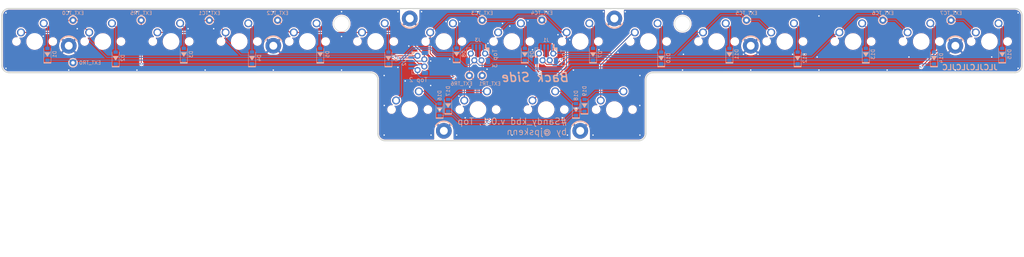
<source format=kicad_pcb>
(kicad_pcb (version 20211014) (generator pcbnew)
  (title_block (title "Sandy") (date "2023-01-06") (rev "v.0") (company "@jpskenn"))
  (layers (0 "F.Cu" signal) (31 "B.Cu" signal) (34 "B.Paste" user) (35 "F.Paste" user) (36 "B.SilkS" user "B.Silkscreen") (37 "F.SilkS" user "F.Silkscreen") (38 "B.Mask" user) (39 "F.Mask" user) (44 "Edge.Cuts" user))
  (net 0 "")
  (net 1 "Net-(D10-Pad2)")
  (net 2 "Net-(D12-Pad2)")
  (net 3 "Net-(D13-Pad2)")
  (net 4 "Net-(D14-Pad2)")
  (net 5 "Net-(D16-Pad2)")
  (net 6 "Net-(D17-Pad2)")
  (net 7 "Net-(D18-Pad2)")
  (net 8 "Net-(D19-Pad2)")
  (net 9 "Net-(D1-Pad2)")
  (net 10 "Net-(D15-Pad2)")
  (net 11 "Net-(D2-Pad2)")
  (net 12 "Net-(D3-Pad2)")
  (net 13 "Net-(D4-Pad2)")
  (net 14 "Net-(D5-Pad2)")
  (net 15 "Net-(D6-Pad2)")
  (net 16 "Net-(D7-Pad2)")
  (net 17 "Net-(D8-Pad2)")
  (net 18 "Net-(D9-Pad2)")
  (net 19 "Top_row0")
  (net 20 "Top_row5")
  (net 21 "Net-(D11-Pad2)")
  (net 22 "Top_row6")
  (net 23 "Top_row1")
  (net 24 "Top_col0")
  (net 25 "Top_col1")
  (net 26 "Top_col2")
  (net 27 "Top_col3")
  (net 28 "Top_col4")
  (net 29 "Top_col5")
  (net 30 "Top_col6")
  (net 31 "Top_col7")
  (net 32 "Top_GND")
  (footprint "MX_Alps_Hybrid:MXOnly-1U-NoLED" (layer "F.Cu") (at 167.50531 46.053405)
    (fp_text reference "SW_]1")
    (fp_text value "SW_Push")
  )
  (footprint "MX_Alps_Hybrid:MXOnly-1U-NoLED" (layer "F.Cu") (at 81.78031 27.003405)
    (fp_text reference "SW_3")
    (fp_text value "SW_Push")
  )
  (footprint "clipboard:1d23b097-72e0-487b-bec7-a328ee8b6ed7" (layer "F.Cu") (at 141.239736 50.815854)
    (fp_text reference "")
    (fp_text value "")
  )
  (footprint "MX_Alps_Hybrid:MXOnly-1U-NoLED" (layer "F.Cu") (at 129.40531 46.053405)
    (fp_text reference "SW_T1")
    (fp_text value "SW_Push")
  )
  (footprint "MX_Alps_Hybrid:MXOnly-1U-NoLED" (layer "F.Cu") (at 196.08031 27.003405)
    (fp_text reference "SW_7")
    (fp_text value "SW_Push")
  )
  (footprint "locallib:60_Outline-Sandy-Top2" (layer "F.Cu") (at 157.98031 36.528405)
    (fp_text reference "REF**" hide)
    (fp_text value "60_Outline" hide)
    (fp_line (start 142.475 -2.814254) (end 142.475 -16.75004) (layer "Edge.Cuts") (width 0.3))
    (fp_line (start 39.375 -0.82504) (end 140.475 -0.814254) (layer "Edge.Cuts") (width 0.3))
    (fp_line (start -142.510786 -2.814254) (end -142.525 -16.75004) (layer "Edge.Cuts") (width 0.3))
    (fp_line (start -35.470786 18.24996) (end 35.375 18.24996) (layer "Edge.Cuts") (width 0.3))
    (fp_line (start 140.475 -18.75004) (end -140.525 -18.75004) (layer "Edge.Cuts") (width 0.3))
    (fp_line (start -37.470786 16.24996) (end -37.470786 1.17496) (layer "Edge.Cuts") (width 0.3))
    (fp_line (start 37.375 16.24996) (end 37.375 1.17496) (layer "Edge.Cuts") (width 0.3))
    (fp_line (start -140.510786 -0.814254) (end -39.470786 -0.82504) (layer "Edge.Cuts") (width 0.3))
    (fp_arc (start 37.375 16.24996) (mid 36.789208 17.664168) (end 35.375 18.24996) (layer "Edge.Cuts") (width 0.3))
    (fp_arc (start 37.375 1.17496) (mid 37.960781 -0.239259) (end 39.375 -0.82504) (layer "Edge.Cuts") (width 0.3))
    (fp_arc (start -140.510786 -0.814254) (mid -141.925 -1.40004) (end -142.510786 -2.814254) (layer "Edge.Cuts") (width 0.3))
    (fp_arc (start -39.470786 -0.82504) (mid -38.056572 -0.239254) (end -37.470786 1.17496) (layer "Edge.Cuts") (width 0.3))
    (fp_arc (start 142.475 -2.814254) (mid 141.889197 -1.40007) (end 140.475 -0.814254) (layer "Edge.Cuts") (width 0.3))
    (fp_arc (start -35.470786 18.24996) (mid -36.885 17.664174) (end -37.470786 16.24996) (layer "Edge.Cuts") (width 0.3))
    (fp_arc (start 140.475 -18.75004) (mid 141.889222 -18.164279) (end 142.475 -16.75004) (layer "Edge.Cuts") (width 0.3))
    (fp_arc (start -142.525 -16.75004) (mid -141.939214 -18.164254) (end -140.525 -18.75004) (layer "Edge.Cuts") (width 0.3))
    (fp_circle (center -47.625 -14.50004) (end -45.425 -14.50004) (layer "Edge.Cuts") (width 0.15) (fill none))
    (fp_circle (center 47.625 -14.50004) (end 49.825 -14.50004) (layer "Edge.Cuts") (width 0.15) (fill none))
  )
  (footprint "MX_Alps_Hybrid:MXOnly-1U-NoLED" (layer "F.Cu") (at 62.73031 27.003405)
    (fp_text reference "SW_2")
    (fp_text value "SW_Push")
  )
  (footprint "MX_Alps_Hybrid:MXOnly-1U-NoLED" (layer "F.Cu") (at 157.908435 27.003405)
    (fp_text reference "SW_\\1")
    (fp_text value "SW_Push")
  )
  (footprint "MX_Alps_Hybrid:MXOnly-1U-NoLED" (layer "F.Cu") (at 234.18031 27.003405)
    (fp_text reference "SW_9")
    (fp_text value "SW_Push")
  )
  (footprint "MX_Alps_Hybrid:MXOnly-1U-NoLED" (layer "F.Cu") (at 119.88031 27.003405)
    (fp_text reference "SW_5")
    (fp_text value "SW_Push")
  )
  (footprint "MX_Alps_Hybrid:MXOnly-1U-NoLED" (layer "F.Cu") (at 215.13031 27.003405)
    (fp_text reference "SW_8")
    (fp_text value "SW_Push")
  )
  (footprint "MX_Alps_Hybrid:MXOnly-1U-NoLED" (layer "F.Cu") (at 148.45531 46.053405)
    (fp_text reference "SW_[1")
    (fp_text value "SW_Push")
  )
  (footprint "MX_Alps_Hybrid:MXOnly-1U-NoLED" (layer "F.Cu") (at 253.23031 27.003405)
    (fp_text reference "SW_10")
    (fp_text value "SW_Push")
  )
  (footprint "MX_Alps_Hybrid:MXOnly-1U-NoLED" (layer "F.Cu") (at 272.28031 27.003405)
    (fp_text reference "SW_-1")
    (fp_text value "SW_Push")
  )
  (footprint "MX_Alps_Hybrid:MXOnly-1U-NoLED" (layer "F.Cu") (at 24.63031 27.003405)
    (fp_text reference "SW_ESC1")
    (fp_text value "SW_Push")
  )
  (footprint "MX_Alps_Hybrid:MXOnly-1U-NoLED" (layer "F.Cu") (at 186.55531 46.053405)
    (fp_text reference "SW_Y1")
    (fp_text value "SW_Push")
  )
  (footprint "MX_Alps_Hybrid:MXOnly-1U-NoLED" (layer "F.Cu") (at 291.33031 27.003405)
    (fp_text reference "SW_=1")
    (fp_text value "SW_Push")
  )
  (footprint "MX_Alps_Hybrid:MXOnly-1U-NoLED" (layer "F.Cu") (at 138.93031 27.003405)
    (fp_text reference "SW_`1")
    (fp_text value "SW_Push")
  )
  (footprint "MX_Alps_Hybrid:MXOnly-1U-NoLED" (layer "F.Cu") (at 43.68031 27.003405)
    (fp_text reference "SW_1")
    (fp_text value "SW_Push")
  )
  (footprint "MX_Alps_Hybrid:MXOnly-1U-NoLED" (layer "F.Cu") (at 100.83031 27.003405)
    (fp_text reference "SW_4")
    (fp_text value "SW_Push")
  )
  (footprint "MX_Alps_Hybrid:MXOnly-1U-NoLED" (layer "F.Cu") (at 177.03031 27.003405)
    (fp_text reference "SW_6")
    (fp_text value "SW_Push")
  )
  (footprint "locallib:D_SOD-123_Emphasized_Direction_Line" (layer "B.Cu") (at 85.352185 31.62528 90)
    (fp_text reference "D4")
    (fp_text value "D")
  )
  (footprint "TestPoint:TestPoint_THTPad_D2.0mm_Drill1.0mm" (layer "B.Cu") (at 261.564685 21.05028 180)
    (fp_text reference "EXT_TC6")
    (fp_text value "Conn_01x01")
  )
  (footprint "locallib:D_SOD-123_Emphasized_Direction_Line" (layer "B.Cu") (at 294.902185 30.57528 90)
    (fp_text reference "D15")
    (fp_text value "D")
  )
  (footprint "locallib:D_SOD-123_Emphasized_Direction_Line" (layer "B.Cu") (at 237.752185 31.62928 90)
    (fp_text reference "D12")
    (fp_text value "D")
  )
  (footprint "locallib:D_SOD-123_Emphasized_Direction_Line" (layer "B.Cu") (at 66.302185 30.57528 90)
    (fp_text reference "D3")
    (fp_text value "D")
  )
  (footprint "locallib:D_SOD-123_Emphasized_Direction_Line" (layer "B.Cu") (at 123.452185 31.62928 90)
    (fp_text reference "D6")
    (fp_text value "D")
  )
  (footprint "locallib:D_SOD-123_Emphasized_Direction_Line" (layer "B.Cu") (at 104.402185 30.57528 90)
    (fp_text reference "D5")
    (fp_text value "D")
  )
  (footprint "locallib:D_SOD-123_Emphasized_Direction_Line" (layer "B.Cu") (at 142.502185 30.47528 90)
    (fp_text reference "D8")
    (fp_text value "D")
  )
  (footprint "locallib:D_SOD-123_Emphasized_Direction_Line" (layer "B.Cu") (at 256.802185 30.57528 90)
    (fp_text reference "D13")
    (fp_text value "D")
  )
  (footprint "locallib:D_SOD-123_Emphasized_Direction_Line" (layer "B.Cu") (at 137.739685 46.053405 90)
    (fp_text reference "D16")
    (fp_text value "D")
  )
  (footprint "locallib:D_SOD-123_Emphasized_Direction_Line" (layer "B.Cu") (at 180.602185 30.57528 90)
    (fp_text reference "D7")
    (fp_text value "D")
  )
  (footprint "locallib:D_SOD-123_Emphasized_Direction_Line" (layer "B.Cu") (at 47.252185 31.62528 90)
    (fp_text reference "D2")
    (fp_text value "D")
  )
  (footprint "locallib:D_SOD-123_Emphasized_Direction_Line" (layer "B.Cu") (at 275.852185 31.62528 90)
    (fp_text reference "D14")
    (fp_text value "D")
  )
  (footprint "locallib:MountingHole_2.2mm_M2_Pad_minimal" (layer "B.Cu") (at 224.65531 28.19403 180)
    (fp_text reference "H5" hide)
    (fp_text value "MountingHole")
  )
  (footprint "locallib:D_SOD-123_Emphasized_Direction_Line" (layer "B.Cu") (at 178.220935 44.86278 90)
    (fp_text reference "D19")
    (fp_text value "D")
  )
  (footprint "locallib:D_SOD-123_Emphasized_Direction_Line" (layer "B.Cu") (at 140.120935 44.86278 90)
    (fp_text reference "D17")
    (fp_text value "D")
  )
  (footprint "locallib:JST_SH_SM04B-SRSS-TB_1x04-1MP_P1.00mm_Horizontal_wCable_housing_spare_pin" (layer "B.Cu") (at 167.50531 30.57528 180)
    (fp_text reference "J1")
    (fp_text value "Conn_02x02_Top_Bottom")
  )
  (footprint "TestPoint:TestPoint_THTPad_D2.0mm_Drill1.0mm" (layer "B.Cu") (at 35.345935 32.95653 180)
    (fp_text reference "EXT_TR0")
    (fp_text value "Conn_01x01")
  )
  (footprint "TestPoint:TestPoint_THTPad_D2.0mm_Drill1.0mm" (layer "B.Cu") (at 35.345935 21.05028 180)
    (fp_text reference "EXT_TC0")
    (fp_text value "Conn_01x01")
  )
  (footprint "TestPoint:TestPoint_THTPad_D2.0mm_Drill1.0mm" (layer "B.Cu") (at 149.645935 21.05028 180)
    (fp_text reference "EXT_TC3")
    (fp_text value "Conn_01x01")
  )
  (footprint "TestPoint:TestPoint_THTPad_D2.0mm_Drill1.0mm" (layer "B.Cu") (at 73.445935 21.059655 180)
    (fp_text reference "EXT_TC1")
    (fp_text value "Conn_01x01")
  )
  (footprint "TestPoint:TestPoint_THTPad_D2.0mm_Drill1.0mm" (layer "B.Cu") (at 166.314685 21.003405 180)
    (fp_text reference "EXT_TC4")
    (fp_text value "Conn_01x01")
  )
  (footprint "locallib:MountingHole_2.2mm_M2_Pad_minimal" (layer "B.Cu") (at 34.15531 28.19403 180)
    (fp_text reference "H3" hide)
    (fp_text value "MountingHole")
  )
  (footprint "TestPoint:TestPoint_THTPad_D2.0mm_Drill1.0mm" (layer "B.Cu") (at 149.645935 36.528405 180)
    (fp_text reference "EXT_TR1")
    (fp_text value "Conn_01x01")
  )
  (footprint "locallib:MountingHole_2.2mm_M2_Pad_minimal" (layer "B.Cu") (at 186.55531 20.561655)
    (fp_text reference "H2" hide)
    (fp_text value "MountingHole")
  )
  (footprint "locallib:D_SOD-123_Emphasized_Direction_Line" (layer "B.Cu") (at 218.702185 30.57528 90)
    (fp_text reference "D11")
    (fp_text value "D")
  )
  (footprint "TestPoint:TestPoint_THTPad_D2.0mm_Drill1.0mm" (layer "B.Cu") (at 223.464685 21.05028 180)
    (fp_text reference "EXT_TC5")
    (fp_text value "Conn_01x01")
  )
  (footprint "locallib:D_SOD-123_Emphasized_Direction_Line" (layer "B.Cu") (at 161.552185 30.57528 90)
    (fp_text reference "D9")
    (fp_text value "D")
  )
  (footprint "locallib:MountingHole_2.2mm_M2_Pad_minimal" (layer "B.Cu") (at 177.03031 52.00653 180)
    (fp_text reference "H8" hide)
    (fp_text value "MountingHole")
  )
  (footprint "locallib:MountingHole_2.2mm_M2_Pad_minimal" (layer "B.Cu") (at 91.30531 28.19403 180)
    (fp_text reference "H4" hide)
    (fp_text value "MountingHole")
  )
  (footprint "locallib:MountingHole_2.2mm_M2_Pad_minimal" (layer "B.Cu") (at 138.93031 52.00653 180)
    (fp_text reference "H7" hide)
    (fp_text value "MountingHole")
  )
  (footprint "locallib:MountingHole_2.2mm_M2_Pad_minimal" (layer "B.Cu") (at 129.40531 20.561655)
    (fp_text reference "H1" hide)
    (fp_text value "MountingHole")
  )
  (footprint "locallib:D_SOD-123_Emphasized_Direction_Line" (layer "B.Cu") (at 199.652185 31.62928 90)
    (fp_text reference "D10")
    (fp_text value "D")
  )
  (footprint "locallib:JST_SH_SM04B-SRSS-TB_1x04-1MP_P1.00mm_Horizontal_wCable_housing_spare_pin" (layer "B.Cu") (at 131.78656 33.003405 -90)
    (fp_text reference "J2")
    (fp_text value "Conn_02x02_Top_Bottom")
  )
  (footprint "locallib:MountingHole_2.2mm_M2_Pad_minimal" (layer "B.Cu") (at 281.80531 28.19403 180)
    (fp_text reference "H6" hide)
    (fp_text value "MountingHole")
  )
  (footprint "TestPoint:TestPoint_THTPad_D2.0mm_Drill1.0mm" (layer "B.Cu") (at 280.614685 21.05028 180)
    (fp_text reference "EXT_TC7")
    (fp_text value "Conn_01x01")
  )
  (footprint "TestPoint:TestPoint_THTPad_D2.0mm_Drill1.0mm" (layer "B.Cu") (at 92.495935 21.05028 180)
    (fp_text reference "EXT_TC2")
    (fp_text value "Conn_01x01")
  )
  (footprint "TestPoint:TestPoint_THTPad_D2.0mm_Drill1.0mm" (layer "B.Cu") (at 146.07406 36.528405 180)
    (fp_text reference "EXT_TR6")
    (fp_text value "Conn_01x01")
  )
  (footprint "TestPoint:TestPoint_THTPad_D2.0mm_Drill1.0mm" (layer "B.Cu") (at 54.395935 21.05028 180)
    (fp_text reference "EXT_TR5")
    (fp_text value "Conn_01x01")
  )
  (footprint "locallib:D_SOD-123_Emphasized_Direction_Line" (layer "B.Cu") (at 28.202185 30.57528 90)
    (fp_text reference "D1")
    (fp_text value "D")
  )
  (footprint "locallib:D_SOD-123_Emphasized_Direction_Line" (layer "B.Cu") (at 175.839685 46.053405 90)
    (fp_text reference "D18")
    (fp_text value "D")
  )
  (footprint "locallib:JST_SH_SM04B-SRSS-TB_1x04-1MP_P1.00mm_Horizontal_wCable_housing_spare_pin" (layer "B.Cu") (at 148.45531 30.57528 180)
    (fp_text reference "J3")
    (fp_text value "Conn_02x02_Top_Bottom")
  )
  (gr_text "Top 1" (at 172.26781 31.765905 90) (layer "B.SilkS") (effects (font (size 1.2 1.2)) (justify mirror)))
  (gr_text "Top 3" (at 153.21781 31.765905 90) (layer "B.SilkS") (effects (font (size 1.2 1.2)) (justify mirror)))
  (gr_text "Top 2" (at 131.78656 37.71903) (layer "B.SilkS") (effects (font (size 1.2 1.2)) (justify mirror)))
  (gr_text "JLCJLCJLCJLC" (at 285.86931 34.242405) (layer "B.SilkS") (effects (font (size 1.5 1.5) (thickness 0.3)) (justify mirror)))
  (gr_text "Back Side" (at 164.50531 37.02528) (layer "B.SilkS") (effects (font (size 2.5 2.5) (thickness 0.4) italic) (justify mirror)))
  (gr_text "#Sandy_kbd v.0.1, Top\nby @jpskenn" (at 173.458435 50.815905) (layer "B.SilkS") (effects (font (size 1.8 1.8) (thickness 0.2)) (justify left mirror)))
  (segment (start 199.652185 22.95528) (end 198.62031 21.923405) (width 0.254) (layer "B.Cu") (net 1))
  (segment (start 199.652185 29.97928) (end 199.652185 22.95528) (width 0.254) (layer "B.Cu") (net 1))
  (segment (start 237.752185 29.97928) (end 237.752185 22.95528) (width 0.254) (layer "B.Cu") (net 2))
  (segment (start 237.752185 22.95528) (end 236.72031 21.923405) (width 0.254) (layer "B.Cu") (net 2))
  (segment (start 256.802185 22.95528) (end 255.77031 21.923405) (width 0.254) (layer "B.Cu") (net 3))
  (segment (start 256.802185 28.92528) (end 256.802185 22.95528) (width 0.254) (layer "B.Cu") (net 3))
  (segment (start 275.852185 29.97528) (end 275.852185 22.95528) (width 0.254) (layer "B.Cu") (net 4))
  (segment (start 275.852185 22.95528) (end 274.82031 21.923405) (width 0.254) (layer "B.Cu") (net 4))
  (segment (start 137.739685 44.403405) (end 136.77231 44.403405) (width 0.254) (layer "B.Cu") (net 5))
  (segment (start 136.77231 44.403405) (end 133.34231 40.973405) (width 0.254) (layer "B.Cu") (net 5))
  (segment (start 133.34231 40.973405) (end 131.94531 40.973405) (width 0.254) (layer "B.Cu") (net 5))
  (segment (start 140.120935 43.21278) (end 140.913685 43.21278) (width 0.254) (layer "B.Cu") (net 6))
  (segment (start 143.15306 40.973405) (end 150.99531 40.973405) (width 0.254) (layer "B.Cu") (net 6))
  (segment (start 140.913685 43.21278) (end 143.15306 40.973405) (width 0.254) (layer "B.Cu") (net 6))
  (segment (start 174.96756 44.403405) (end 171.53756 40.973405) (width 0.254) (layer "B.Cu") (net 7))
  (segment (start 171.53756 40.973405) (end 170.04531 40.973405) (width 0.254) (layer "B.Cu") (net 7))
  (segment (start 175.839685 44.403405) (end 174.96756 44.403405) (width 0.254) (layer "B.Cu") (net 7))
  (segment (start 179.013685 43.21278) (end 181.25306 40.973405) (width 0.254) (layer "B.Cu") (net 8))
  (segment (start 181.25306 40.973405) (end 189.09531 40.973405) (width 0.254) (layer "B.Cu") (net 8))
  (segment (start 178.220935 43.21278) (end 179.013685 43.21278) (width 0.254) (layer "B.Cu") (net 8))
  (segment (start 28.202185 22.95528) (end 27.17031 21.923405) (width 0.254) (layer "B.Cu") (net 9))
  (segment (start 28.202185 28.92528) (end 28.202185 22.95528) (width 0.254) (layer "B.Cu") (net 9))
  (segment (start 294.902185 28.92528) (end 294.902185 22.95528) (width 0.254) (layer "B.Cu") (net 10))
  (segment (start 294.902185 22.95528) (end 293.87031 21.923405) (width 0.254) (layer "B.Cu") (net 10))
  (segment (start 47.252185 29.97528) (end 47.252185 22.95528) (width 0.254) (layer "B.Cu") (net 11))
  (segment (start 47.252185 22.95528) (end 46.22031 21.923405) (width 0.254) (layer "B.Cu") (net 11))
  (segment (start 66.302185 28.92528) (end 66.302185 22.95528) (width 0.254) (layer "B.Cu") (net 12))
  (segment (start 66.302185 22.95528) (end 65.27031 21.923405) (width 0.254) (layer "B.Cu") (net 12))
  (segment (start 85.352185 29.97528) (end 85.352185 22.95528) (width 0.254) (layer "B.Cu") (net 13))
  (segment (start 85.352185 22.95528) (end 84.32031 21.923405) (width 0.254) (layer "B.Cu") (net 13))
  (segment (start 104.402185 22.95528) (end 103.37031 21.923405) (width 0.254) (layer "B.Cu") (net 14))
  (segment (start 104.402185 28.92528) (end 104.402185 22.95528) (width 0.254) (layer "B.Cu") (net 14))
  (segment (start 123.452185 22.95528) (end 122.42031 21.923405) (width 0.254) (layer "B.Cu") (net 15))
  (segment (start 123.452185 29.97928) (end 123.452185 22.95528) (width 0.254) (layer "B.Cu") (net 15))
  (segment (start 180.602185 22.95528) (end 179.57031 21.923405) (width 0.254) (layer "B.Cu") (net 16))
  (segment (start 180.602185 28.92528) (end 180.602185 22.95528) (width 0.254) (layer "B.Cu") (net 16))
  (segment (start 142.502185 22.95528) (end 141.47031 21.923405) (width 0.254) (layer "B.Cu") (net 17))
  (segment (start 142.502185 28.82528) (end 142.502185 22.95528) (width 0.254) (layer "B.Cu") (net 17))
  (segment (start 161.552185 28.92528) (end 161.552185 22.95528) (width 0.254) (layer "B.Cu") (net 18))
  (segment (start 161.552185 22.95528) (end 160.52031 21.923405) (width 0.254) (layer "B.Cu") (net 18))
  (segment (start 152.883435 32.22528) (end 151.033435 30.37528) (width 0.254) (layer "B.Cu") (net 19))
  (segment (start 256.802185 32.22528) (end 294.902185 32.22528) (width 0.254) (layer "B.Cu") (net 19))
  (segment (start 149.95531 29.87528) (end 150.45531 30.37528) (width 0.254) (layer "B.Cu") (net 19))
  (segment (start 137.02531 30.432405) (end 143.56581 30.432405) (width 0.254) (layer "B.Cu") (net 19))
  (segment (start 151.033435 30.37528) (end 150.45531 30.37528) (width 0.254) (layer "B.Cu") (net 19))
  (segment (start 28.202185 32.22528) (end 34.614685 32.22528) (width 0.254) (layer "B.Cu") (net 19))
  (segment (start 34.614685 32.22528) (end 35.345935 32.95653) (width 0.254) (layer "B.Cu") (net 19))
  (segment (start 171.874609 34.445106) (end 164.626011 34.445106) (width 0.254) (layer "B.Cu") (net 19))
  (segment (start 130.116011 28.705704) (end 135.298609 28.705704) (width 0.254) (layer "B.Cu") (net 19))
  (segment (start 180.602185 32.22528) (end 174.094435 32.22528) (width 0.254) (layer "B.Cu") (net 19))
  (segment (start 149.304215 27.47008) (end 149.95531 28.121175) (width 0.254) (layer "B.Cu") (net 19))
  (segment (start 162.406185 32.22528) (end 161.552185 32.22528) (width 0.254) (layer "B.Cu") (net 19))
  (segment (start 66.302185 32.22528) (end 104.402185 32.22528) (width 0.254) (layer "B.Cu") (net 19))
  (segment (start 146.528135 27.47008) (end 149.304215 27.47008) (width 0.254) (layer "B.Cu") (net 19))
  (segment (start 180.602185 32.22528) (end 218.702185 32.22528) (width 0.254) (layer "B.Cu") (net 19))
  (segment (start 164.626011 34.445106) (end 162.406185 32.22528) (width 0.254) (layer "B.Cu") (net 19))
  (segment (start 218.702185 32.22528) (end 256.802185 32.22528) (width 0.254) (layer "B.Cu") (net 19))
  (segment (start 161.552185 32.22528) (end 152.883435 32.22528) (width 0.254) (layer "B.Cu") (net 19))
  (segment (start 36.077185 32.22528) (end 66.302185 32.22528) (width 0.254) (layer "B.Cu") (net 19))
  (segment (start 174.094435 32.22528) (end 171.874609 34.445106) (width 0.254) (layer "B.Cu") (net 19))
  (segment (start 126.48961 32.332105) (end 130.116011 28.705704) (width 0.254) (layer "B.Cu") (net 19))
  (segment (start 104.50901 32.332105) (end 126.48961 32.332105) (width 0.254) (layer "B.Cu") (net 19))
  (segment (start 104.402185 32.22528) (end 104.50901 32.332105) (width 0.254) (layer "B.Cu") (net 19))
  (segment (start 135.298609 28.705704) (end 137.02531 30.432405) (width 0.254) (layer "B.Cu") (net 19))
  (segment (start 35.345935 32.95653) (end 36.077185 32.22528) (width 0.254) (layer "B.Cu") (net 19))
  (segment (start 149.95531 28.57528) (end 149.95531 29.87528) (width 0.254) (layer "B.Cu") (net 19))
  (segment (start 149.95531 28.121175) (end 149.95531 28.57528) (width 0.254) (layer "B.Cu") (net 19))
  (segment (start 143.56581 30.432405) (end 146.528135 27.47008) (width 0.254) (layer "B.Cu") (net 19))
  (segment (start 54.395935 21.05028) (end 54.395935 33.195905) (width 0.254) (layer "F.Cu") (net 20))
  (segment (start 54.395935 33.195905) (end 54.47531 33.27528) (width 0.254) (layer "F.Cu") (net 20))
  (via (at 54.47531 33.27528) (size 0.6) (drill 0.4) (layers "F.Cu" "B.Cu") (net 20))
  (segment (start 199.652185 33.27928) (end 174.310435 33.27928) (width 0.254) (layer "B.Cu") (net 20))
  (segment (start 85.352185 33.27528) (end 54.47531 33.27528) (width 0.254) (layer "B.Cu") (net 20))
  (segment (start 147.45531 32.470807) (end 147.45531 32.27528) (width 0.254) (layer "B.Cu") (net 20))
  (segment (start 130.42131 29.162405) (end 135.109438 29.162405) (width 0.254) (layer "B.Cu") (net 20))
  (segment (start 136.836139 30.889106) (end 141.116011 30.889106) (width 0.254) (layer "B.Cu") (net 20))
  (segment (start 151.845637 33.68048) (end 148.86051 33.68048) (width 0.254) (layer "B.Cu") (net 20))
  (segment (start 126.304435 33.27928) (end 130.42131 29.162405) (width 0.254) (layer "B.Cu") (net 20))
  (segment (start 152.520637 33.00548) (end 151.845637 33.68048) (width 0.254) (layer "B.Cu") (net 20))
  (segment (start 85.356185 33.27928) (end 85.352185 33.27528) (width 0.254) (layer "B.Cu") (net 20))
  (segment (start 164.195962 34.901807) (end 162.299635 33.00548) (width 0.254) (layer "B.Cu") (net 20))
  (segment (start 174.310435 33.27928) (end 172.687908 34.901807) (width 0.254) (layer "B.Cu") (net 20))
  (segment (start 199.652185 33.27928) (end 237.752185 33.27928) (width 0.254) (layer "B.Cu") (net 20))
  (segment (start 237.752185 33.27928) (end 275.848185 33.27928) (width 0.254) (layer "B.Cu") (net 20))
  (segment (start 162.299635 33.00548) (end 152.520637 33.00548) (width 0.254) (layer "B.Cu") (net 20))
  (segment (start 141.116011 30.889106) (end 142.352185 32.12528) (width 0.254) (layer "B.Cu") (net 20))
  (segment (start 275.848185 33.27928) (end 275.852185 33.27528) (width 0.254) (layer "B.Cu") (net 20))
  (segment (start 143.385435 32.12528) (end 144.940635 33.68048) (width 0.254) (layer "B.Cu") (net 20))
  (segment (start 142.502185 32.12528) (end 143.385435 32.12528) (width 0.254) (layer "B.Cu") (net 20))
  (segment (start 146.245637 33.68048) (end 147.45531 32.470807) (width 0.254) (layer "B.Cu") (net 20))
  (segment (start 135.109438 29.162405) (end 136.836139 30.889106) (width 0.254) (layer "B.Cu") (net 20))
  (segment (start 123.452185 33.27928) (end 85.356185 33.27928) (width 0.254) (layer "B.Cu") (net 20))
  (segment (start 147.45531 32.27528) (end 147.95531 31.77528) (width 0.254) (layer "B.Cu") (net 20))
  (segment (start 148.86051 33.68048) (end 147.45531 32.27528) (width 0.254) (layer "B.Cu") (net 20))
  (segment (start 172.687908 34.901807) (end 164.195962 34.901807) (width 0.254) (layer "B.Cu") (net 20))
  (segment (start 47.252185 33.27528) (end 54.47531 33.27528) (width 0.254) (layer "B.Cu") (net 20))
  (segment (start 142.352185 32.12528) (end 142.502185 32.12528) (width 0.254) (layer "B.Cu") (net 20))
  (segment (start 147.95531 31.77528) (end 147.95531 28.57528) (width 0.254) (layer "B.Cu") (net 20))
  (segment (start 123.452185 33.27928) (end 126.304435 33.27928) (width 0.254) (layer "B.Cu") (net 20))
  (segment (start 144.940635 33.68048) (end 146.245637 33.68048) (width 0.254) (layer "B.Cu") (net 20))
  (segment (start 218.702185 22.95528) (end 217.67031 21.923405) (width 0.254) (layer "B.Cu") (net 21))
  (segment (start 218.702185 28.92528) (end 218.702185 22.95528) (width 0.254) (layer "B.Cu") (net 21))
  (segment (start 146.45531 30.37528) (end 146.07406 30.75653) (width 0.254) (layer "F.Cu") (net 22))
  (segment (start 147.998609 42.210326) (end 150.96356 45.175277) (width 0.254) (layer "F.Cu") (net 22))
  (segment (start 147.998609 38.452954) (end 147.998609 42.210326) (width 0.254) (layer "F.Cu") (net 22))
  (segment (start 146.07406 30.75653) (end 146.07406 36.528405) (width 0.254) (layer "F.Cu") (net 22))
  (segment (start 146.07406 36.528405) (end 147.998609 38.452954) (width 0.254) (layer "F.Cu") (net 22))
  (segment (start 150.96356 45.175277) (end 150.96356 49.926905) (width 0.254) (layer "F.Cu") (net 22))
  (via (at 150.96356 49.926905) (size 0.6) (drill 0.4) (layers "F.Cu" "B.Cu") (net 22))
  (segment (start 175.839685 47.703405) (end 174.77706 47.703405) (width 0.254) (layer "B.Cu") (net 22))
  (segment (start 172.55356 49.926905) (end 150.96356 49.926905) (width 0.254) (layer "B.Cu") (net 22))
  (segment (start 174.77706 47.703405) (end 172.55356 49.926905) (width 0.254) (layer "B.Cu") (net 22))
  (segment (start 143.66106 49.926905) (end 150.96356 49.926905) (width 0.254) (layer "B.Cu") (net 22))
  (segment (start 146.95531 29.87528) (end 146.45531 30.37528) (width 0.254) (layer "B.Cu") (net 22))
  (segment (start 146.95531 28.57528) (end 146.95531 29.87528) (width 0.254) (layer "B.Cu") (net 22))
  (segment (start 141.43756 47.703405) (end 143.66106 49.926905) (width 0.254) (layer "B.Cu") (net 22))
  (segment (start 137.739685 47.703405) (end 141.43756 47.703405) (width 0.254) (layer "B.Cu") (net 22))
  (segment (start 149.645935 36.528405) (end 148.45531 37.71903) (width 0.254) (layer "F.Cu") (net 23))
  (segment (start 149.45531 32.27528) (end 149.645935 32.465905) (width 0.254) (layer "F.Cu") (net 23))
  (segment (start 148.45531 37.71903) (end 148.45531 42.021155) (width 0.254) (layer "F.Cu") (net 23))
  (segment (start 151.50331 45.069155) (end 151.50331 49.042344) (width 0.254) (layer "F.Cu") (net 23))
  (segment (start 148.45531 42.021155) (end 151.50331 45.069155) (width 0.254) (layer "F.Cu") (net 23))
  (segment (start 149.645935 32.465905) (end 149.645935 36.528405) (width 0.254) (layer "F.Cu") (net 23))
  (segment (start 151.50331 49.042344) (end 151.59326 49.132294) (width 0.254) (layer "F.Cu") (net 23))
  (via (at 151.59326 49.132294) (size 0.6) (drill 0.4) (layers "F.Cu" "B.Cu") (net 23))
  (segment (start 172.58531 49.164905) (end 175.237435 46.51278) (width 0.254) (layer "B.Cu") (net 23))
  (segment (start 175.237435 46.51278) (end 178.220935 46.51278) (width 0.254) (layer "B.Cu") (net 23))
  (segment (start 140.120935 46.51278) (end 141.008935 46.51278) (width 0.254) (layer "B.Cu") (net 23))
  (segment (start 149.45531 32.27528) (end 148.95531 31.77528) (width 0.254) (layer "B.Cu") (net 23))
  (segment (start 143.66106 49.164905) (end 172.58531 49.164905) (width 0.254) (layer "B.Cu") (net 23))
  (segment (start 148.95531 31.77528) (end 148.95531 28.57528) (width 0.254) (layer "B.Cu") (net 23))
  (segment (start 141.008935 46.51278) (end 143.66106 49.164905) (width 0.254) (layer "B.Cu") (net 23))
  (segment (start 20.82031 24.463405) (end 30.75156 24.463405) (width 0.254) (layer "F.Cu") (net 24))
  (segment (start 36.457185 21.05028) (end 39.87031 24.463405) (width 0.254) (layer "F.Cu") (net 24))
  (segment (start 30.75156 24.463405) (end 34.164685 21.05028) (width 0.254) (layer "F.Cu") (net 24))
  (segment (start 128.45231 31.003405) (end 125.53231 31.003405) (width 0.254) (layer "F.Cu") (net 24))
  (segment (start 125.53231 31.003405) (end 125.08731 31.448405) (width 0.254) (layer "F.Cu") (net 24))
  (segment (start 34.164685 21.05028) (end 35.345935 21.05028) (width 0.254) (layer "F.Cu") (net 24))
  (segment (start 35.345935 21.05028) (end 36.457185 21.05028) (width 0.254) (layer "F.Cu") (net 24))
  (segment (start 131.58656 31.003405) (end 128.45231 31.003405) (width 0.254) (layer "F.Cu") (net 24))
  (via (at 125.08731 31.448405) (size 0.6) (drill 0.4) (layers "F.Cu" "B.Cu") (net 24))
  (segment (start 129.78656 31.503405) (end 131.08656 31.503405) (width 0.254) (layer "B.Cu") (net 24))
  (segment (start 39.87031 26.546366) (end 39.87031 24.463405) (width 0.254) (layer "B.Cu") (net 24))
  (segment (start 44.769024 31.44508) (end 39.87031 26.546366) (width 0.254) (layer "B.Cu") (net 24))
  (segment (start 125.083985 31.44508) (end 44.769024 31.44508) (width 0.254) (layer "B.Cu") (net 24))
  (segment (start 131.08656 31.503405) (end 131.58656 31.003405) (width 0.254) (layer "B.Cu") (net 24))
  (segment (start 125.08731 31.448405) (end 125.083985 31.44508) (width 0.254) (layer "B.Cu") (net 24))
  (segment (start 73.445935 21.059655) (end 74.56656 21.059655) (width 0.254) (layer "F.Cu") (net 25))
  (segment (start 68.85156 24.463405) (end 72.25531 21.059655) (width 0.254) (layer "F.Cu") (net 25))
  (segment (start 72.25531 21.059655) (end 73.445935 21.059655) (width 0.254) (layer "F.Cu") (net 25))
  (segment (start 133.48656 34.003405) (end 132.63656 33.153405) (width 0.254) (layer "F.Cu") (net 25))
  (segment (start 74.56656 21.059655) (end 77.97031 24.463405) (width 0.254) (layer "F.Cu") (net 25))
  (segment (start 58.92031 24.463405) (end 68.85156 24.463405) (width 0.254) (layer "F.Cu") (net 25))
  (segment (start 131.87231 33.153405) (end 130.35201 31.633105) (width 0.254) (layer "F.Cu") (net 25))
  (segment (start 130.35201 31.633105) (end 126.152953 31.633105) (width 0.254) (layer "F.Cu") (net 25))
  (segment (start 132.63656 33.153405) (end 131.87231 33.153405) (width 0.254) (layer "F.Cu") (net 25))
  (via (at 126.152953 31.633105) (size 0.6) (drill 0.4) (layers "F.Cu" "B.Cu") (net 25))
  (segment (start 125.348141 30.818705) (end 126.152953 31.623517) (width 0.254) (layer "B.Cu") (net 25))
  (segment (start 132.98656 33.503405) (end 133.48656 34.003405) (width 0.254) (layer "B.Cu") (net 25))
  (segment (start 129.78656 33.503405) (end 132.98656 33.503405) (width 0.254) (layer "B.Cu") (net 25))
  (segment (start 77.97031 24.463405) (end 77.97031 26.546366) (width 0.254) (layer "B.Cu") (net 25))
  (segment (start 82.242649 30.818705) (end 125.348141 30.818705) (width 0.254) (layer "B.Cu") (net 25))
  (segment (start 126.152953 31.623517) (end 126.152953 31.633105) (width 0.254) (layer "B.Cu") (net 25))
  (segment (start 77.97031 26.546366) (end 82.242649 30.818705) (width 0.254) (layer "B.Cu") (net 25))
  (segment (start 95.90906 24.463405) (end 92.495935 21.05028) (width 0.254) (layer "F.Cu") (net 26))
  (segment (start 116.07031 24.463405) (end 97.02031 24.463405) (width 0.254) (layer "F.Cu") (net 26))
  (segment (start 116.07031 24.463405) (end 127.148641 24.463405) (width 0.254) (layer "F.Cu") (net 26))
  (segment (start 127.148641 24.463405) (end 133.48656 30.801324) (width 0.254) (layer "F.Cu") (net 26))
  (segment (start 133.48656 30.801324) (end 133.48656 32.003405) (width 0.254) (layer "F.Cu") (net 26))
  (segment (start 97.02031 24.463405) (end 95.90906 24.463405) (width 0.254) (layer "F.Cu") (net 26))
  (segment (start 127.107097 33.492618) (end 128.09631 32.503405) (width 0.254) (layer "B.Cu") (net 26))
  (segment (start 129.78656 32.503405) (end 132.98656 32.503405) (width 0.254) (layer "B.Cu") (net 26))
  (segment (start 132.98656 32.503405) (end 133.48656 32.003405) (width 0.254) (layer "B.Cu") (net 26))
  (segment (start 125.59531 43.513405) (end 127.107097 42.001618) (width 0.254) (layer "B.Cu") (net 26))
  (segment (start 127.107097 42.001618) (end 127.107097 33.492618) (width 0.254) (layer "B.Cu") (net 26))
  (segment (start 128.09631 32.503405) (end 129.78656 32.503405) (width 0.254) (layer "B.Cu") (net 26))
  (segment (start 135.12031 30.337155) (end 141.819559 37.036404) (width 0.254) (layer "F.Cu") (net 27))
  (segment (start 144.64531 43.513405) (end 144.64531 39.862155) (width 0.254) (layer "F.Cu") (net 27))
  (segment (start 163.69531 43.513405) (end 173.22031 33.988405) (width 0.254) (layer "F.Cu") (net 27))
  (segment (start 135.12031 24.463405) (end 135.12031 30.337155) (width 0.254) (layer "F.Cu") (net 27))
  (segment (start 144.64531 39.862155) (end 141.819559 37.036404) (width 0.254) (layer "F.Cu") (net 27))
  (segment (start 173.22031 33.988405) (end 173.22031 24.463405) (width 0.254) (layer "F.Cu") (net 27))
  (via (at 141.819559 37.036404) (size 0.6) (drill 0.4) (layers "F.Cu" "B.Cu") (net 27))
  (segment (start 172.069372 24.463405) (end 167.279172 19.673205) (width 0.254) (layer "B.Cu") (net 27))
  (segment (start 149.65531 21.059655) (end 149.645935 21.05028) (width 0.254) (layer "B.Cu") (net 27))
  (segment (start 140.07331 19.510405) (end 148.10606 19.510405) (width 0.254) (layer "B.Cu") (net 27))
  (segment (start 173.22031 24.463405) (end 172.069372 24.463405) (width 0.254) (layer "B.Cu") (net 27))
  (segment (start 148.10606 19.510405) (end 149.645935 21.05028) (width 0.254) (layer "B.Cu") (net 27))
  (segment (start 131.58656 36.205486) (end 132.417479 37.036405) (width 0.254) (layer "B.Cu") (net 27))
  (segment (start 167.279172 19.673205) (end 159.62726 19.673205) (width 0.254) (layer "B.Cu") (net 27))
  (segment (start 159.62726 19.673205) (end 158.24081 21.059655) (width 0.254) (layer "B.Cu") (net 27))
  (segment (start 129.78656 34.503405) (end 131.08656 34.503405) (width 0.254) (layer "B.Cu") (net 27))
  (segment (start 131.58656 35.003405) (end 131.58656 36.205486) (width 0.254) (layer "B.Cu") (net 27))
  (segment (start 132.417479 37.036405) (end 141.819559 37.036404) (width 0.254) (layer "B.Cu") (net 27))
  (segment (start 131.08656 34.503405) (end 131.58656 35.003405) (width 0.254) (layer "B.Cu") (net 27))
  (segment (start 158.24081 21.059655) (end 149.65531 21.059655) (width 0.254) (layer "B.Cu") (net 27))
  (segment (start 135.12031 24.463405) (end 140.07331 19.510405) (width 0.254) (layer "B.Cu") (net 27))
  (segment (start 169.50531 24.19403) (end 166.314685 21.003405) (width 0.254) (layer "F.Cu") (net 28))
  (segment (start 169.50531 30.37528) (end 169.50531 24.19403) (width 0.254) (layer "F.Cu") (net 28))
  (segment (start 191.769713 24.463405) (end 189.748309 26.484809) (width 0.254) (layer "F.Cu") (net 28))
  (segment (start 182.74531 33.512155) (end 182.74531 43.513405) (width 0.254) (layer "F.Cu") (net 28))
  (segment (start 192.27031 24.463405) (end 191.769713 24.463405) (width 0.254) (layer "F.Cu") (net 28))
  (segment (start 189.748309 26.484809) (end 189.748309 26.509156) (width 0.254) (layer "F.Cu") (net 28))
  (segment (start 189.748309 26.509156) (end 182.74531 33.512155) (width 0.254) (layer "F.Cu") (net 28))
  (segment (start 169.00531 28.57528) (end 169.00531 29.87528) (width 0.254) (layer "B.Cu") (net 28))
  (segment (start 169.543435 30.337155) (end 185.895963 30.337155) (width 0.254) (layer "B.Cu") (net 28))
  (segment (start 165.441186 20.129906) (end 160.094799 20.129906) (width 0.254) (layer "B.Cu") (net 28))
  (segment (start 158.52355 21.701155) (end 156.93256 21.701155) (width 0.254) (layer "B.Cu") (net 28))
  (segment (start 166.314685 21.003405) (end 165.441186 20.129906) (width 0.254) (layer "B.Cu") (net 28))
  (segment (start 160.094799 20.129906) (end 158.52355 21.701155) (width 0.254) (layer "B.Cu") (net 28))
  (segment (start 156.93256 21.701155) (end 154.17031 24.463405) (width 0.254) (layer "B.Cu") (net 28))
  (segment (start 169.00531 29.87528) (end 169.50531 30.37528) (width 0.254) (layer "B.Cu") (net 28))
  (segment (start 191.769713 24.463405) (end 192.27031 24.463405) (width 0.254) (layer "B.Cu") (net 28))
  (segment (start 185.895963 30.337155) (end 191.769713 24.463405) (width 0.254) (layer "B.Cu") (net 28))
  (segment (start 169.50531 30.37528) (end 169.543435 30.337155) (width 0.254) (layer "B.Cu") (net 28))
  (segment (start 166.50531 32.27528) (end 167.68551 33.45548) (width 0.254) (layer "F.Cu") (net 29))
  (segment (start 170.324236 33.45548) (end 171.545498 32.234218) (width 0.254) (layer "F.Cu") (net 29))
  (segment (start 167.68551 33.45548) (end 170.324236 33.45548) (width 0.254) (layer "F.Cu") (net 29))
  (via (at 171.545498 32.234218) (size 0.6) (drill 0.4) (layers "F.Cu" "B.Cu") (net 29))
  (segment (start 216.27331 19.510405) (end 211.32031 24.463405) (width 0.254) (layer "B.Cu") (net 29))
  (segment (start 172.839311 30.940405) (end 171.545498 32.234218) (width 0.254) (layer "B.Cu") (net 29))
  (segment (start 209.72932 24.463405) (end 203.25232 30.940405) (width 0.254) (layer "B.Cu") (net 29))
  (segment (start 221.92481 19.510405) (end 216.27331 19.510405) (width 0.254) (layer "B.Cu") (net 29))
  (segment (start 167.00531 31.77528) (end 167.00531 28.57528) (width 0.254) (layer "B.Cu") (net 29))
  (segment (start 203.25232 30.940405) (end 172.839311 30.940405) (width 0.254) (layer "B.Cu") (net 29))
  (segment (start 211.32031 24.463405) (end 209.72932 24.463405) (width 0.254) (layer "B.Cu") (net 29))
  (segment (start 166.50531 32.27528) (end 167.00531 31.77528) (width 0.254) (layer "B.Cu") (net 29))
  (segment (start 223.464685 21.05028) (end 226.957185 21.05028) (width 0.254) (layer "B.Cu") (net 29))
  (segment (start 226.957185 21.05028) (end 230.37031 24.463405) (width 0.254) (layer "B.Cu") (net 29))
  (segment (start 223.464685 21.05028) (end 221.92481 19.510405) (width 0.254) (layer "B.Cu") (net 29))
  (segment (start 168.50531 32.27528) (end 168.00531 31.77528) (width 0.254) (layer "B.Cu") (net 30))
  (segment (start 173.604635 31.44508) (end 171.369235 33.68048) (width 0.254) (layer "B.Cu") (net 30))
  (segment (start 169.483385 33.68048) (end 168.50531 32.702405) (width 0.254) (layer "B.Cu") (net 30))
  (segment (start 171.369235 33.68048) (end 169.483385 33.68048) (width 0.254) (layer "B.Cu") (net 30))
  (segment (start 260.02481 19.510405) (end 254.37331 19.510405) (width 0.254) (layer "B.Cu") (net 30))
  (segment (start 261.564685 21.05028) (end 260.02481 19.510405) (width 0.254) (layer "B.Cu") (net 30))
  (segment (start 254.37331 19.510405) (end 249.42031 24.463405) (width 0.254) (layer "B.Cu") (net 30))
  (segment (start 248.81706 24.463405) (end 241.835385 31.44508) (width 0.254) (layer "B.Cu") (net 30))
  (segment (start 168.00531 31.77528) (end 168.00531 28.57528) (width 0.254) (layer "B.Cu") (net 30))
  (segment (start 261.564685 21.05028) (end 265.057185 21.05028) (width 0.254) (layer "B.Cu") (net 30))
  (segment (start 265.057185 21.05028) (end 268.47031 24.463405) (width 0.254) (layer "B.Cu") (net 30))
  (segment (start 249.42031 24.463405) (end 248.81706 24.463405) (width 0.254) (layer "B.Cu") (net 30))
  (segment (start 241.835385 31.44508) (end 173.604635 31.44508) (width 0.254) (layer "B.Cu") (net 30))
  (segment (start 168.50531 32.702405) (end 168.50531 32.27528) (width 0.254) (layer "B.Cu") (net 30))
  (segment (start 164.96531 30.91528) (end 164.96531 35.004405) (width 0.254) (layer "F.Cu") (net 31))
  (segment (start 279.01131 27.384405) (end 272.28031 34.115405) (width 0.254) (layer "F.Cu") (net 31))
  (segment (start 164.96531 35.004405) (end 165.72731 35.766405) (width 0.254) (layer "F.Cu") (net 31))
  (segment (start 280.614685 21.05028) (end 279.01131 22.653655) (width 0.254) (layer "F.Cu") (net 31))
  (segment (start 279.01131 22.653655) (end 279.01131 27.384405) (width 0.254) (layer "F.Cu") (net 31))
  (segment (start 165.50531 30.37528) (end 164.96531 30.91528) (width 0.254) (layer "F.Cu") (net 31))
  (via (at 165.72731 35.766405) (size 0.6) (drill 0.4) (layers "F.Cu" "B.Cu") (net 31))
  (via (at 272.28031 34.115405) (size 0.6) (drill 0.4) (layers "F.Cu" "B.Cu") (net 31))
  (segment (start 287.52031 24.463405) (end 284.107185 21.05028) (width 0.254) (layer "B.Cu") (net 31))
  (segment (start 166.00531 28.57528) (end 166.00531 29.87528) (width 0.254) (layer "B.Cu") (net 31))
  (segment (start 173.09331 35.766405) (end 174.74431 34.115405) (width 0.254) (layer "B.Cu") (net 31))
  (segment (start 165.72731 35.766405) (end 173.09331 35.766405) (width 0.254) (layer "B.Cu") (net 31))
  (segment (start 166.00531 29.87528) (end 165.50531 30.37528) (width 0.254) (layer "B.Cu") (net 31))
  (segment (start 174.74431 34.115405) (end 272.28031 34.115405) (width 0.254) (layer "B.Cu") (net 31))
  (segment (start 284.107185 21.05028) (end 280.614685 21.05028) (width 0.254) (layer "B.Cu") (net 31))
  (via (at 122.26156 36.528405) (size 0.6) (drill 0.4) (layers "F.Cu" "B.Cu") (net 32))
  (via (at 193.66731 44.910405) (size 0.6) (drill 0.4) (layers "F.Cu" "B.Cu") (net 32))
  (via (at 27.04331 25.511155) (size 0.6) (drill 0.4) (layers "F.Cu" "B.Cu") (net 32))
  (via (at 299.33131 34.496405) (size 0.6) (drill 0.4) (layers "F.Cu" "B.Cu") (net 32))
  (via (at 16.62931 34.496405) (size 0.6) (drill 0.4) (layers "F.Cu" "B.Cu") (net 32))
  (via (at 157.98031 53.197155) (size 0.6) (drill 0.4) (layers "F.Cu" "B.Cu") (net 32))
  (via (at 170.80731 25.098405) (size 0.6) (drill 0.4) (layers "F.Cu" "B.Cu") (net 32))
  (via (at 139.56531 21.447155) (size 0.6) (drill 0.4) (layers "F.Cu" "B.Cu") (net 32))
  (via (at 187.57131 30.083155) (size 0.6) (drill 0.4) (layers "F.Cu" "B.Cu") (net 32))
  (via (at 239.64131 30.591155) (size 0.6) (drill 0.4) (layers "F.Cu" "B.Cu") (net 32))
  (via (at 173.458435 53.197155) (size 0.6) (drill 0.4) (layers "F.Cu" "B.Cu") (net 32))
  (via (at 182.23731 29.321155) (size 0.6) (drill 0.4) (layers "F.Cu" "B.Cu") (net 32))
  (via (at 135.24731 32.464405) (size 0.6) (drill 0.4) (layers "F.Cu" "B.Cu") (net 32))
  (via (at 243.70531 35.004405) (size 0.6) (drill 0.4) (layers "F.Cu" "B.Cu") (net 32))
  (via (at 157.98031 48.371155) (size 0.6) (drill 0.4) (layers "F.Cu" "B.Cu") (net 32))
  (via (at 53.20531 18.66903) (size 0.6) (drill 0.4) (layers "F.Cu" "B.Cu") (net 32))
  (via (at 126.10331 34.242405) (size 0.6) (drill 0.4) (layers "F.Cu" "B.Cu") (net 32))
  (via (at 137.78731 46.085155) (size 0.6) (drill 0.4) (layers "F.Cu" "B.Cu") (net 32))
  (via (at 162.42531 21.193155) (size 0.6) (drill 0.4) (layers "F.Cu" "B.Cu") (net 32))
  (via (at 175.88731 45.672405) (size 0.6) (drill 0.4) (layers "F.Cu" "B.Cu") (net 32))
  (via (at 205.85931 30.591155) (size 0.6) (drill 0.4) (layers "F.Cu" "B.Cu") (net 32))
  (via (at 142.502185 53.197155) (size 0.6) (drill 0.4) (layers "F.Cu" "B.Cu") (net 32))
  (via (at 281.80531 35.004405) (size 0.6) (drill 0.4) (layers "F.Cu" "B.Cu") (net 32))
  (via (at 243.70531 19.859655) (size 0.6) (drill 0.4) (layers "F.Cu" "B.Cu") (net 32))
  (via (at 281.80531 18.66903) (size 0.6) (drill 0.4) (layers "F.Cu" "B.Cu") (net 32))
  (via (at 224.65531 18.66903) (size 0.6) (drill 0.4) (layers "F.Cu" "B.Cu") (net 32))
  (via (at 157.34531 22.717155) (size 0.6) (drill 0.4) (layers "F.Cu" "B.Cu") (net 32))
  (via (at 110.35531 18.66903) (size 0.6) (drill 0.4) (layers "F.Cu" "B.Cu") (net 32))
  (via (at 299.33131 19.002405) (size 0.6) (drill 0.4) (layers "F.Cu" "B.Cu") (net 32))
  (via (at 36.53656 23.43153) (size 0.6) (drill 0.4) (layers "F.Cu" "B.Cu") (net 32))
  (via (at 222.62331 30.591155) (size 0.6) (drill 0.4) (layers "F.Cu" "B.Cu") (net 32))
  (via (at 126.10331 18.66903) (size 0.6) (drill 0.4) (layers "F.Cu" "B.Cu") (net 32))
  (via (at 67.49281 23.43153) (size 0.6) (drill 0.4) (layers "F.Cu" "B.Cu") (net 32))
  (via (at 16.62931 19.002405) (size 0.6) (drill 0.4) (layers "F.Cu" "B.Cu") (net 32))
  (via (at 143.37531 21.447155) (size 0.6) (drill 0.4) (layers "F.Cu" "B.Cu") (net 32))
  (via (at 262.75531 18.66903) (size 0.6) (drill 0.4) (layers "F.Cu" "B.Cu") (net 32))
  (via (at 151.24931 27.543155) (size 0.6) (drill 0.4) (layers "F.Cu" "B.Cu") (net 32))
  (via (at 129.15131 28.273405) (size 0.6) (drill 0.4) (layers "F.Cu" "B.Cu") (net 32))
  (via (at 174.10931 26.527155) (size 0.6) (drill 0.4) (layers "F.Cu" "B.Cu") (net 32))
  (via (at 91.30531 35.004405) (size 0.6) (drill 0.4) (layers "F.Cu" "B.Cu") (net 32))
  (via (at 268.85131 31.353155) (size 0.6) (drill 0.4) (layers "F.Cu" "B.Cu") (net 32))
  (via (at 243.19731 31.353155) (size 0.6) (drill 0.4) (layers "F.Cu" "B.Cu") (net 32))
  (via (at 205.60531 35.004405) (size 0.6) (drill 0.4) (layers "F.Cu" "B.Cu") (net 32))
  (via (at 135.358435 53.197155) (size 0.6) (drill 0.4) (layers "F.Cu" "B.Cu") (net 32))
  (via (at 172.07731 48.371155) (size 0.6) (drill 0.4) (layers "F.Cu" "B.Cu") (net 32))
  (via (at 110.35531 25.606405) (size 0.6) (drill 0.4) (layers "F.Cu" "B.Cu") (net 32))
  (via (at 72.25531 35.004405) (size 0.6) (drill 0.4) (layers "F.Cu" "B.Cu") (net 32))
  (via (at 132.70731 18.66903) (size 0.6) (drill 0.4) (layers "F.Cu" "B.Cu") (net 32))
  (via (at 150.99531 34.750405) (size 0.6) (drill 0.4) (layers "F.Cu" "B.Cu") (net 32))
  (via (at 167.50531 18.66903) (size 0.6) (drill 0.4) (layers "F.Cu" "B.Cu") (net 32))
  (via (at 144.89931 48.371155) (size 0.6) (drill 0.4) (layers "F.Cu" "B.Cu") (net 32))
  (via (at 193.69906 36.528405) (size 0.6) (drill 0.4) (layers "F.Cu" "B.Cu") (net 32))
  (via (at 224.65531 35.004405) (size 0.6) (drill 0.4) (layers "F.Cu" "B.Cu") (net 32))
  (via (at 183.50731 18.66903) (size 0.6) (drill 0.4) (layers "F.Cu" "B.Cu") (net 32))
  (via (at 74.63656 23.43153) (size 0.6) (drill 0.4) (layers "F.Cu" "B.Cu") (net 32))
  (via (at 34.15531 18.66903) (size 0.6) (drill 0.4) (layers "F.Cu" "B.Cu") (net 32))
  (via (at 180.602185 53.197155) (size 0.6) (drill 0.4) (layers "F.Cu" "B.Cu") (net 32))
  (via (at 175.12531 35.004405) (size 0.6) (drill 0.4) (layers "F.Cu" "B.Cu") (net 32))
  (via (at 128.13531 38.052405) (size 0.6) (drill 0.4) (layers "F.Cu" "B.Cu") (net 32))
  (via (at 163.69531 29.321155) (size 0.6) (drill 0.4) (layers "F.Cu" "B.Cu") (net 32))
  (via (at 155.31331 21.955155) (size 0.6) (drill 0.4) (layers "F.Cu" "B.Cu") (net 32))
  (via (at 193.69906 53.197155) (size 0.6) (drill 0.4) (layers "F.Cu" "B.Cu") (net 32))
  (via (at 143.12131 42.275155) (size 0.6) (drill 0.4) (layers "F.Cu" "B.Cu") (net 32))
  (via (at 291.96531 31.353155) (size 0.6) (drill 0.4) (layers "F.Cu" "B.Cu") (net 32))
  (via (at 146.16931 39.735155) (size 0.6) (drill 0.4) (layers "F.Cu" "B.Cu") (net 32))
  (via (at 110.35531 35.004405) (size 0.6) (drill 0.4) (layers "F.Cu" "B.Cu") (net 32))
  (via (at 205.60531 18.66903) (size 0.6) (drill 0.4) (layers "F.Cu" "B.Cu") (net 32))
  (via (at 262.75531 35.004405) (size 0.6) (drill 0.4) (layers "F.Cu" "B.Cu") (net 32))
  (via (at 34.15531 35.004405) (size 0.6) (drill 0.4) (layers "F.Cu" "B.Cu") (net 32))
  (via (at 140.58131 31.956405) (size 0.6) (drill 0.4) (layers "F.Cu" "B.Cu") (net 32))
  (via (at 135.24731 39.322405) (size 0.6) (drill 0.4) (layers "F.Cu" "B.Cu") (net 32))
  (via (at 122.29331 44.910405) (size 0.6) (drill 0.4) (layers "F.Cu" "B.Cu") (net 32))
  (via (at 226.68731 30.591155) (size 0.6) (drill 0.4) (layers "F.Cu" "B.Cu") (net 32))
  (via (at 73.445935 18.66903) (size 0.6) (drill 0.4) (layers "F.Cu" "B.Cu") (net 32))
  (via (at 236.33931 30.591155) (size 0.6) (drill 0.4) (layers "F.Cu" "B.Cu") (net 32))
  (via (at 53.20531 35.004405) (size 0.6) (drill 0.4) (layers "F.Cu" "B.Cu") (net 32))
  (via (at 161.91731 33.988405) (size 0.6) (drill 0.4) (layers "F.Cu" "B.Cu") (net 32))
  (via (at 122.26156 53.197155) (size 0.6) (drill 0.4) (layers "F.Cu" "B.Cu") (net 32))
  (via (at 148.45531 18.66903) (size 0.6) (drill 0.4) (layers "F.Cu" "B.Cu") (net 32))
  (via (at 189.60331 18.66903) (size 0.6) (drill 0.4) (layers "F.Cu" "B.Cu") (net 32))
  (via (at 91.30531 18.66903) (size 0.6) (drill 0.4) (layers "F.Cu" "B.Cu") (net 32))
  (zone (net 0) (net_name "") (layers F&B.Cu) (connect_pads (clearance 0)) (min_thickness 0.254)
    (keepout (tracks allowed) (vias allowed) (pads allowed) (copperpour not_allowed) (footprints allowed))
    (fill (thermal_gap 0.508) (thermal_bridge_width 0.508))
    (polygon (pts (xy 132.11151 20.561655) (xy 126.68631 20.561655) (xy 126.68631 15.392755) (xy 132.11151 15.392755)))
  )
  (zone (net 32) (net_name "Top_GND") (layers F&B.Cu) (connect_pads (clearance 0.3556)) (min_thickness 0.254) (fill yes (thermal_gap 0.508) (thermal_bridge_width 0.508))
    (polygon (pts (xy 300.85531 55.578405) (xy 15.10531 55.578405) (xy 15.10531 17.478405) (xy 300.85531 17.478405)))
  )
  (zone (net 0) (net_name "") (layers F&B.Cu) (connect_pads (clearance 0)) (min_thickness 0.254)
    (keepout (tracks allowed) (vias allowed) (pads allowed) (copperpour not_allowed) (footprints allowed))
    (fill (thermal_gap 0.508) (thermal_bridge_width 0.508))
    (polygon (pts (xy 141.64051 57.167305) (xy 136.21531 57.167305) (xy 136.21531 51.998405) (xy 141.64051 51.998405)))
  )
  (zone (net 0) (net_name "") (layers F&B.Cu) (connect_pads (clearance 0)) (min_thickness 0.254)
    (keepout (tracks allowed) (vias allowed) (pads allowed) (copperpour not_allowed) (footprints allowed))
    (fill (thermal_gap 0.508) (thermal_bridge_width 0.508))
    (polygon (pts (xy 179.74531 57.147305) (xy 174.32011 57.147305) (xy 174.32011 51.978405) (xy 179.74531 51.978405)))
  )
  (zone (net 0) (net_name "") (layers F&B.Cu) (connect_pads (clearance 0)) (min_thickness 0.254)
    (keepout (tracks allowed) (vias allowed) (pads allowed) (copperpour not_allowed) (footprints allowed))
    (fill (thermal_gap 0.508) (thermal_bridge_width 0.508))
    (polygon (pts (xy 189.23731 20.561655) (xy 183.88831 20.561655) (xy 183.88831 15.392755) (xy 189.23731 15.392755)))
  )
  (zone (net 0) (net_name "") (layer "B.Cu") (connect_pads (clearance 0)) (min_thickness 0.254)
    (keepout (tracks allowed) (vias allowed) (pads allowed) (copperpour not_allowed) (footprints allowed))
    (fill (thermal_gap 0.508) (thermal_bridge_width 0.508))
    (polygon (pts (xy 125.59531 30.432405) (xy 136.77131 31.321405) (xy 125.59531 31.321405)))
  )
  (zone (net 0) (net_name "") (layer "B.Cu") (connect_pads (clearance 0)) (min_thickness 0.254)
    (keepout (tracks allowed) (vias allowed) (pads allowed) (copperpour not_allowed) (footprints allowed))
    (fill (thermal_gap 0.508) (thermal_bridge_width 0.508))
    (polygon (pts (xy 132.19931 37.544405) (xy 127.62731 37.544405) (xy 127.62731 34.242405)))
  )
)
</source>
